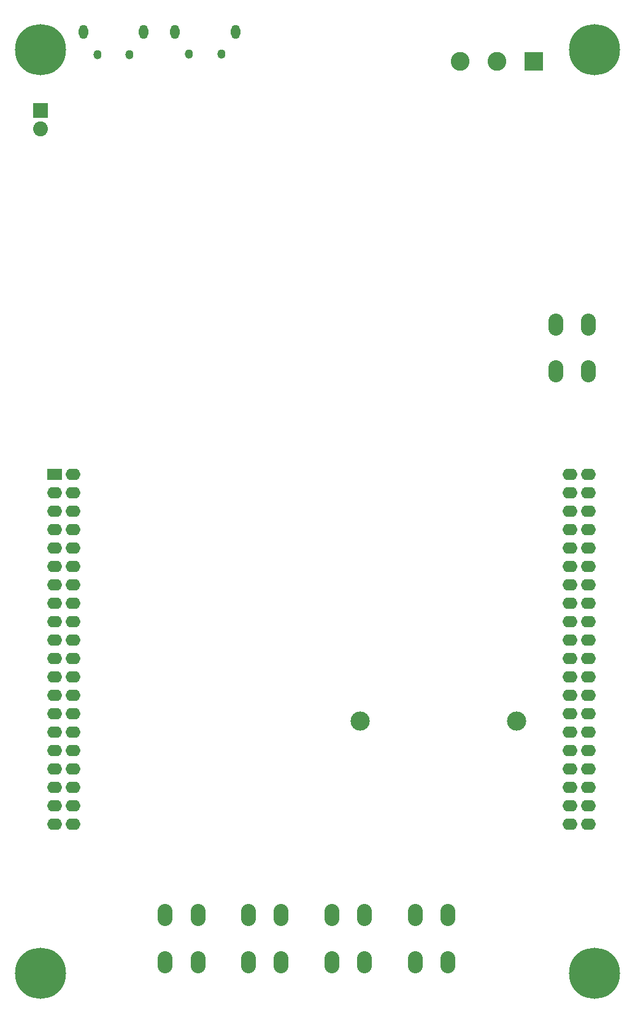
<source format=gbs>
G04 (created by PCBNEW (2013-07-07 BZR 4022)-stable) date 29/10/2014 08:44:18 a.m.*
%MOIN*%
G04 Gerber Fmt 3.4, Leading zero omitted, Abs format*
%FSLAX34Y34*%
G01*
G70*
G90*
G04 APERTURE LIST*
%ADD10C,0.00590551*%
%ADD11R,0.0807402X0.0807402*%
%ADD12C,0.0807402*%
%ADD13C,0.104362*%
%ADD14O,0.0807402X0.062*%
%ADD15R,0.0807402X0.062*%
%ADD16R,0.102X0.102*%
%ADD17C,0.102*%
%ADD18C,0.277591*%
%ADD19O,0.0433386X0.0512126*%
%ADD20O,0.0502283X0.0768031*%
%ADD21O,0.0807402X0.12011*%
G04 APERTURE END LIST*
G54D10*
G54D11*
X73746Y-34676D03*
G54D12*
X73746Y-35676D03*
G54D13*
X91096Y-67848D03*
X99599Y-67848D03*
G54D14*
X102500Y-54444D03*
X103500Y-54444D03*
X102500Y-59444D03*
X103500Y-55444D03*
X102500Y-60444D03*
X103500Y-56444D03*
X102500Y-61444D03*
X103500Y-57444D03*
X102500Y-62444D03*
X103500Y-58444D03*
X102500Y-63444D03*
X103500Y-59444D03*
X102500Y-64444D03*
X103500Y-60444D03*
X102500Y-65444D03*
X103500Y-61444D03*
X102500Y-66444D03*
X103500Y-62444D03*
X102500Y-67444D03*
X103500Y-63444D03*
X102500Y-68444D03*
X103500Y-64444D03*
X102500Y-69444D03*
X103500Y-65444D03*
X103500Y-66444D03*
X102500Y-70444D03*
X103500Y-67444D03*
X103500Y-69444D03*
X103500Y-70444D03*
X103500Y-71444D03*
X103500Y-72444D03*
X102500Y-71444D03*
X102500Y-72444D03*
X102500Y-55444D03*
X102500Y-56444D03*
X102500Y-57444D03*
X102500Y-58444D03*
X102500Y-73444D03*
X103500Y-73444D03*
X103500Y-68444D03*
G54D15*
X74500Y-54444D03*
G54D14*
X75500Y-54444D03*
X74500Y-59444D03*
X75500Y-55444D03*
X74500Y-60444D03*
X75500Y-56444D03*
X74500Y-61444D03*
X75500Y-57444D03*
X74500Y-62444D03*
X75500Y-58444D03*
X74500Y-63444D03*
X75500Y-59444D03*
X74500Y-64444D03*
X75500Y-60444D03*
X74500Y-65444D03*
X75500Y-61444D03*
X74500Y-66444D03*
X75500Y-62444D03*
X74500Y-67444D03*
X75500Y-63444D03*
X74500Y-68444D03*
X75500Y-64444D03*
X74500Y-69444D03*
X75500Y-65444D03*
X75500Y-66444D03*
X74500Y-70444D03*
X75500Y-67444D03*
X75500Y-69444D03*
X75500Y-70444D03*
X75500Y-71444D03*
X75500Y-72444D03*
X74500Y-71444D03*
X74500Y-72444D03*
X74500Y-55444D03*
X74500Y-56444D03*
X74500Y-57444D03*
X74500Y-58444D03*
X74500Y-73444D03*
X75500Y-73444D03*
X75500Y-68444D03*
G54D16*
X100523Y-32007D03*
G54D17*
X98523Y-32007D03*
X96523Y-32007D03*
G54D18*
X73740Y-31377D03*
X103818Y-81535D03*
X73740Y-81535D03*
X103818Y-31377D03*
G54D19*
X83557Y-31627D03*
X81805Y-31627D03*
G54D20*
X84324Y-30397D03*
X81037Y-30397D03*
G54D19*
X78572Y-31631D03*
X76820Y-31631D03*
G54D20*
X79340Y-30401D03*
X76053Y-30401D03*
G54D21*
X94094Y-78385D03*
X95866Y-78385D03*
X95866Y-80944D03*
X94094Y-80944D03*
X80511Y-78385D03*
X82283Y-78385D03*
X82283Y-80944D03*
X80511Y-80944D03*
X103503Y-48858D03*
X101732Y-48858D03*
X101732Y-46299D03*
X103503Y-46299D03*
X89566Y-78385D03*
X91338Y-78385D03*
X91338Y-80944D03*
X89566Y-80944D03*
X85039Y-78385D03*
X86811Y-78385D03*
X86811Y-80944D03*
X85039Y-80944D03*
M02*

</source>
